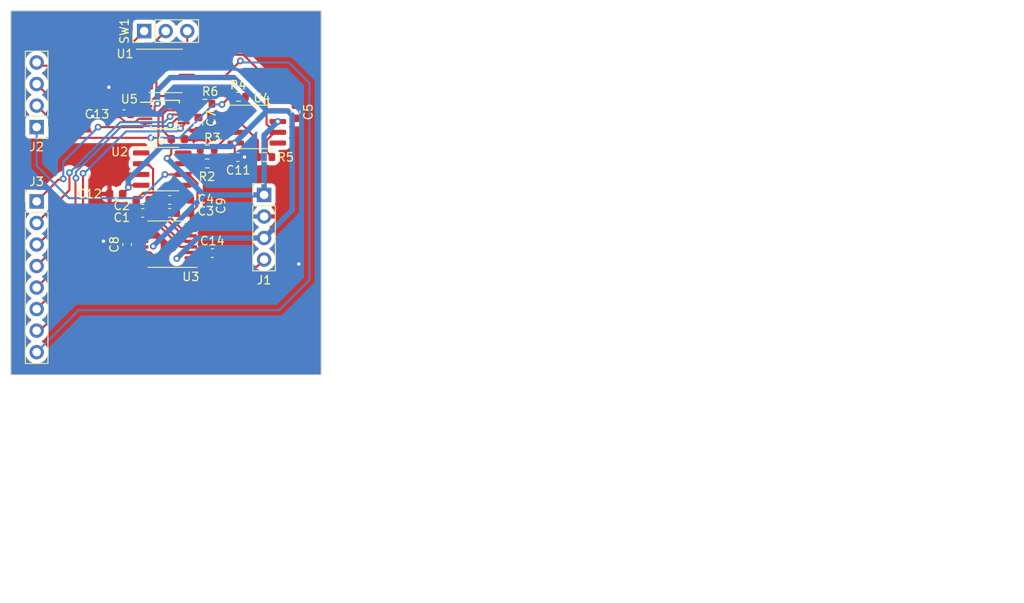
<source format=kicad_pcb>
(kicad_pcb (version 20221018) (generator pcbnew)
  (layers (0 "F.Cu" signal) (31 "B.Cu" signal) (34 "B.Paste" user) (35 "F.Paste" user) (36 "B.SilkS" user "B.Silkscreen") (37 "F.SilkS" user "F.Silkscreen") (38 "B.Mask" user) (39 "F.Mask" user) (44 "Edge.Cuts" user))
  (net 0 "")
  (net 1 "I_OUT")
  (net 2 "+12V")
  (net 3 "GND")
  (net 4 "-12V")
  (net 5 "+3V3")
  (net 6 "I_IN")
  (net 7 "I_OVERRIDE")
  (net 8 "INT_R+")
  (net 9 "INT_CAP_SEL_A0")
  (net 10 "INT_CAP_SEL_A1")
  (net 11 "INT_CAP_SEL_A2")
  (net 12 "INT_R-")
  (net 13 "Net-(SW1-C)")
  (net 14 "I_OVERRIDE_EN")
  (net 15 "Net-(U3-S1)")
  (net 16 "Net-(U3-S2)")
  (net 17 "Net-(U3-S3)")
  (net 21 "Net-(U4-+)")
  (net 22 "Net-(U4--)")
  (net 31 "R_CS")
  (net 32 "R_CLK")
  (net 33 "R_SDI")
  (net 34 "R_SDO")
  (net 35 "Net-(U3-S4)")
  (footprint "Resistor_SMD:R_0603_1608Metric" (layer "F.Cu") (at 44.612218 26.650125)
    (fp_text reference "R4" (at -0.035218 -1.377125) (layer "F.SilkS"))
    (fp_text value "1k")
    (fp_line (start -0.237258 -0.5225) (end 0.237258 -0.5225) (stroke (width 0.12)) (layer "F.SilkS"))
    (fp_line (start -0.237258 0.5225) (end 0.237258 0.5225) (stroke (width 0.12)) (layer "F.SilkS"))
    (pad "1" smd roundrect (at -0.825 0) (size 0.8 0.95) (layers "F.Cu" "F.Paste" "F.Mask") (net 7 "I_OVERRIDE"))
    (pad "2" smd roundrect (at 0.825 0) (size 0.8 0.95) (layers "F.Cu" "F.Paste" "F.Mask") (net 22 "Net-(U4--)"))
  )
  (footprint "Package_SO:TSSOP-16_4.4x5mm_P0.65mm" (layer "F.Cu") (at 36.131902 44.031125 180)
    (fp_text reference "U3" (at -2.857098 -3.847875) (layer "F.SilkS"))
    (fp_text value "DG408DQ-T1-E3")
    (fp_line (start 0 -2.735) (end -3.6 -2.735) (stroke (width 0.12)) (layer "F.SilkS"))
    (fp_line (start 0 -2.735) (end 2.2 -2.735) (stroke (width 0.12)) (layer "F.SilkS"))
    (fp_line (start 0 2.735) (end -2.2 2.735) (stroke (width 0.12)) (layer "F.SilkS"))
    (fp_line (start 0 2.735) (end 2.2 2.735) (stroke (width 0.12)) (layer "F.SilkS"))
    (pad "1" smd roundrect (at -2.8625 -2.275 180) (size 1.475 0.4) (layers "F.Cu" "F.Paste" "F.Mask") (net 9 "INT_CAP_SEL_A0"))
    (pad "2" smd roundrect (at -2.8625 -1.625 180) (size 1.475 0.4) (layers "F.Cu" "F.Paste" "F.Mask") (net 5 "+3V3"))
    (pad "3" smd roundrect (at -2.8625 -0.975 180) (size 1.475 0.4) (layers "F.Cu" "F.Paste" "F.Mask") (net 4 "-12V"))
    (pad "4" smd roundrect (at -2.8625 -0.325 180) (size 1.475 0.4) (layers "F.Cu" "F.Paste" "F.Mask") (net 15 "Net-(U3-S1)"))
    (pad "5" smd roundrect (at -2.8625 0.325 180) (size 1.475 0.4) (layers "F.Cu" "F.Paste" "F.Mask") (net 16 "Net-(U3-S2)"))
    (pad "6" smd roundrect (at -2.8625 0.975 180) (size 1.475 0.4) (layers "F.Cu" "F.Paste" "F.Mask") (net 17 "Net-(U3-S3)"))
    (pad "7" smd roundrect (at -2.8625 1.625 180) (size 1.475 0.4) (layers "F.Cu" "F.Paste" "F.Mask") (net 35 "Net-(U3-S4)"))
    (pad "8" smd roundrect (at -2.8625 2.275 180) (size 1.475 0.4) (layers "F.Cu" "F.Paste" "F.Mask") (net 1 "I_OUT"))
    (pad "9" smd roundrect (at 2.8625 2.275 180) (size 1.475 0.4) (layers "F.Cu" "F.Paste" "F.Mask"))
    (pad "10" smd roundrect (at 2.8625 1.625 180) (size 1.475 0.4) (layers "F.Cu" "F.Paste" "F.Mask"))
    (pad "11" smd roundrect (at 2.8625 0.975 180) (size 1.475 0.4) (layers "F.Cu" "F.Paste" "F.Mask"))
    (pad "12" smd roundrect (at 2.8625 0.325 180) (size 1.475 0.4) (layers "F.Cu" "F.Paste" "F.Mask"))
    (pad "13" smd roundrect (at 2.8625 -0.325 180) (size 1.475 0.4) (layers "F.Cu" "F.Paste" "F.Mask") (net 2 "+12V"))
    (pad "14" smd roundrect (at 2.8625 -0.975 180) (size 1.475 0.4) (layers "F.Cu" "F.Paste" "F.Mask") (net 3 "GND"))
    (pad "15" smd roundrect (at 2.8625 -1.625 180) (size 1.475 0.4) (layers "F.Cu" "F.Paste" "F.Mask") (net 11 "INT_CAP_SEL_A2"))
    (pad "16" smd roundrect (at 2.8625 -2.275 180) (size 1.475 0.4) (layers "F.Cu" "F.Paste" "F.Mask") (net 10 "INT_CAP_SEL_A1"))
  )
  (footprint "Resistor_SMD:R_0603_1608Metric" (layer "F.Cu") (at 40.929218 34.514941 180)
    (fp_text reference "R2" (at 0.035218 -1.553059) (layer "F.SilkS"))
    (fp_text value "1k")
    (fp_line (start -0.237258 -0.5225) (end 0.237258 -0.5225) (stroke (width 0.12)) (layer "F.SilkS"))
    (fp_line (start -0.237258 0.5225) (end 0.237258 0.5225) (stroke (width 0.12)) (layer "F.SilkS"))
    (pad "1" smd roundrect (at -0.825 0 180) (size 0.8 0.95) (layers "F.Cu" "F.Paste" "F.Mask") (net 3 "GND"))
    (pad "2" smd roundrect (at 0.825 0 180) (size 0.8 0.95) (layers "F.Cu" "F.Paste" "F.Mask") (net 1 "I_OUT"))
  )
  (footprint "Capacitor_SMD:C_0603_1608Metric" (layer "F.Cu") (at 38.925902 39.586125 -90)
    (fp_text reference "C9" (at -0.089125 -3.619098 90) (layer "F.SilkS"))
    (fp_text value "DNP")
    (fp_line (start -0.14058 -0.51) (end 0.14058 -0.51) (stroke (width 0.12)) (layer "F.SilkS"))
    (fp_line (start -0.14058 0.51) (end 0.14058 0.51) (stroke (width 0.12)) (layer "F.SilkS"))
    (pad "1" smd roundrect (at -0.775 0 270) (size 0.9 0.95) (layers "F.Cu" "F.Paste" "F.Mask") (net 12 "INT_R-"))
    (pad "2" smd roundrect (at 0.775 0 270) (size 0.9 0.95) (layers "F.Cu" "F.Paste" "F.Mask") (net 1 "I_OUT"))
  )
  (footprint "Package_SO:MSOP-10_3x3mm_P0.5mm" (layer "F.Cu") (at 35.955876 28.748125)
    (fp_text reference "U5" (at -4.205876 -1.824125) (layer "F.SilkS"))
    (fp_text value "AD5290")
    (fp_line (start -1.675 -1.675) (end -1.675 -1.45) (stroke (width 0.15)) (layer "F.SilkS"))
    (fp_line (start -1.675 -1.675) (end 1.675 -1.675) (stroke (width 0.15)) (layer "F.SilkS"))
    (fp_line (start -1.675 -1.45) (end -2.9 -1.45) (stroke (width 0.15)) (layer "F.SilkS"))
    (fp_line (start -1.675 1.675) (end -1.675 1.375) (stroke (width 0.15)) (layer "F.SilkS"))
    (fp_line (start -1.675 1.675) (end 1.675 1.675) (stroke (width 0.15)) (layer "F.SilkS"))
    (fp_line (start 1.675 -1.675) (end 1.675 -1.375) (stroke (width 0.15)) (layer "F.SilkS"))
    (fp_line (start 1.675 1.675) (end 1.675 1.375) (stroke (width 0.15)) (layer "F.SilkS"))
    (pad "1" smd rect (at -2.2 -1) (size 1.4 0.3) (layers "F.Cu" "F.Paste" "F.Mask") (net 8 "INT_R+"))
    (pad "2" smd rect (at -2.2 -0.5) (size 1.4 0.3) (layers "F.Cu" "F.Paste" "F.Mask"))
    (pad "3" smd rect (at -2.2 0) (size 1.4 0.3) (layers "F.Cu" "F.Paste" "F.Mask") (net 4 "-12V"))
    (pad "4" smd rect (at -2.2 0.5) (size 1.4 0.3) (layers "F.Cu" "F.Paste" "F.Mask") (net 3 "GND"))
    (pad "5" smd rect (at -2.2 1) (size 1.4 0.3) (layers "F.Cu" "F.Paste" "F.Mask") (net 31 "R_CS"))
    (pad "6" smd rect (at 2.2 1) (size 1.4 0.3) (layers "F.Cu" "F.Paste" "F.Mask") (net 32 "R_CLK"))
    (pad "7" smd rect (at 2.2 0.5) (size 1.4 0.3) (layers "F.Cu" "F.Paste" "F.Mask") (net 33 "R_SDI"))
    (pad "8" smd rect (at 2.2 0) (size 1.4 0.3) (layers "F.Cu" "F.Paste" "F.Mask") (net 34 "R_SDO"))
    (pad "9" smd rect (at 2.2 -0.5) (size 1.4 0.3) (layers "F.Cu" "F.Paste" "F.Mask") (net 2 "+12V"))
    (pad "10" smd rect (at 2.2 -1) (size 1.4 0.3) (layers "F.Cu" "F.Paste" "F.Mask") (net 12 "INT_R-"))
  )
  (footprint "Capacitor_SMD:C_0603_1608Metric" (layer "F.Cu") (at 31.496 44.069 -90)
    (fp_text reference "C8" (at 0 1.524 90) (layer "F.SilkS"))
    (fp_text value "100nF")
    (fp_line (start -0.14058 -0.51) (end 0.14058 -0.51) (stroke (width 0.12)) (layer "F.SilkS"))
    (fp_line (start -0.14058 0.51) (end 0.14058 0.51) (stroke (width 0.12)) (layer "F.SilkS"))
    (pad "1" smd roundrect (at -0.775 0 270) (size 0.9 0.95) (layers "F.Cu" "F.Paste" "F.Mask") (net 2 "+12V"))
    (pad "2" smd roundrect (at 0.775 0 270) (size 0.9 0.95) (layers "F.Cu" "F.Paste" "F.Mask") (net 3 "GND"))
  )
  (footprint "Capacitor_SMD:C_0603_1608Metric" (layer "F.Cu") (at 41.529 45.085)
    (fp_text reference "C14" (at 0 -1.43) (layer "F.SilkS"))
    (fp_text value "100nF")
    (fp_line (start -0.14058 -0.51) (end 0.14058 -0.51) (stroke (width 0.12)) (layer "F.SilkS"))
    (fp_line (start -0.14058 0.51) (end 0.14058 0.51) (stroke (width 0.12)) (layer "F.SilkS"))
    (pad "1" smd roundrect (at -0.775 0) (size 0.9 0.95) (layers "F.Cu" "F.Paste" "F.Mask") (net 4 "-12V"))
    (pad "2" smd roundrect (at 0.775 0) (size 0.9 0.95) (layers "F.Cu" "F.Paste" "F.Mask") (net 3 "GND"))
  )
  (footprint "Capacitor_SMD:C_0603_1608Metric" (layer "F.Cu") (at 37.465 31.641125)
    (fp_text reference "C6" (at -2.413 0.108875) (layer "F.SilkS"))
    (fp_text value "100nF")
    (fp_line (start -0.14058 -0.51) (end 0.14058 -0.51) (stroke (width 0.12)) (layer "F.SilkS"))
    (fp_line (start -0.14058 0.51) (end 0.14058 0.51) (stroke (width 0.12)) (layer "F.SilkS"))
    (pad "1" smd roundrect (at -0.775 0) (size 0.9 0.95) (layers "F.Cu" "F.Paste" "F.Mask") (net 2 "+12V"))
    (pad "2" smd roundrect (at 0.775 0) (size 0.9 0.95) (layers "F.Cu" "F.Paste" "F.Mask") (net 3 "GND"))
  )
  (footprint "Connector_PinHeader_2.54mm:PinHeader_1x04_P2.54mm_Vertical" (layer "F.Cu") (at 47.625 38.227)
    (fp_text reference "J1" (at 0 10.033) (layer "F.SilkS"))
    (fp_text value "Conn_01x04_Pin" hide)
    (fp_line (start -1.33 -1.33) (end 0 -1.33) (stroke (width 0.12)) (layer "F.SilkS"))
    (fp_line (start -1.33 0) (end -1.33 -1.33) (stroke (width 0.12)) (layer "F.SilkS"))
    (fp_line (start -1.33 1.27) (end -1.33 8.95) (stroke (width 0.12)) (layer "F.SilkS"))
    (fp_line (start -1.33 1.27) (end 1.33 1.27) (stroke (width 0.12)) (layer "F.SilkS"))
    (fp_line (start -1.33 8.95) (end 1.33 8.95) (stroke (width 0.12)) (layer "F.SilkS"))
    (fp_line (start 1.33 1.27) (end 1.33 8.95) (stroke (width 0.12)) (layer "F.SilkS"))
    (pad "1" thru_hole rect (at 0 0) (size 1.7 1.7) (drill 1) (layers "*.Cu" "*.Mask") (net 2 "+12V"))
    (pad "2" thru_hole oval (at 0 2.54) (size 1.7 1.7) (drill 1) (layers "*.Cu" "*.Mask") (net 3 "GND"))
    (pad "3" thru_hole oval (at 0 5.08) (size 1.7 1.7) (drill 1) (layers "*.Cu" "*.Mask") (net 4 "-12V"))
    (pad "4" thru_hole oval (at 0 7.62) (size 1.7 1.7) (drill 1) (layers "*.Cu" "*.Mask") (net 5 "+3V3"))
  )
  (footprint "Capacitor_SMD:C_0603_1608Metric" (layer "F.Cu") (at 33.324902 38.824125)
    (fp_text reference "C2" (at -2.463902 0.672875) (layer "F.SilkS"))
    (fp_text value "10nF")
    (fp_line (start -0.14058 -0.51) (end 0.14058 -0.51) (stroke (width 0.12)) (layer "F.SilkS"))
    (fp_line (start -0.14058 0.51) (end 0.14058 0.51) (stroke (width 0.12)) (layer "F.SilkS"))
    (pad "1" smd roundrect (at -0.775 0) (size 0.9 0.95) (layers "F.Cu" "F.Paste" "F.Mask") (net 12 "INT_R-"))
    (pad "2" smd roundrect (at 0.775 0) (size 0.9 0.95) (layers "F.Cu" "F.Paste" "F.Mask") (net 16 "Net-(U3-S2)"))
  )
  (footprint "Resistor_SMD:R_0603_1608Metric" (layer "F.Cu") (at 40.929218 32.863941)
    (fp_text reference "R3" (at 0.599782 -1.367941) (layer "F.SilkS"))
    (fp_text value "4.8k")
    (fp_line (start -0.237258 -0.5225) (end 0.237258 -0.5225) (stroke (width 0.12)) (layer "F.SilkS"))
    (fp_line (start -0.237258 0.5225) (end 0.237258 0.5225) (stroke (width 0.12)) (layer "F.SilkS"))
    (pad "1" smd roundrect (at -0.825 0) (size 0.8 0.95) (layers "F.Cu" "F.Paste" "F.Mask") (net 1 "I_OUT"))
    (pad "2" smd roundrect (at 0.825 0) (size 0.8 0.95) (layers "F.Cu" "F.Paste" "F.Mask") (net 21 "Net-(U4-+)"))
  )
  (footprint "Capacitor_SMD:C_0603_1608Metric" (layer "F.Cu") (at 44.543876 33.762125)
    (fp_text reference "C11" (at 0.033124 1.543875) (layer "F.SilkS"))
    (fp_text value "100nF")
    (fp_line (start -0.14058 -0.51) (end 0.14058 -0.51) (stroke (width 0.12)) (layer "F.SilkS"))
    (fp_line (start -0.14058 0.51) (end 0.14058 0.51) (stroke (width 0.12)) (layer "F.SilkS"))
    (pad "1" smd roundrect (at -0.775 0) (size 0.9 0.95) (layers "F.Cu" "F.Paste" "F.Mask") (net 4 "-12V"))
    (pad "2" smd roundrect (at 0.775 0) (size 0.9 0.95) (layers "F.Cu" "F.Paste" "F.Mask") (net 3 "GND"))
  )
  (footprint "Connector_PinHeader_2.54mm:PinHeader_1x08_P2.54mm_Vertical" (layer "F.Cu") (at 20.828 38.989)
    (fp_text reference "J3" (at 0 -2.33) (layer "F.SilkS"))
    (fp_text value "Conn_01x08_Pin" hide)
    (fp_line (start -1.33 -1.33) (end 0 -1.33) (stroke (width 0.12)) (layer "F.SilkS"))
    (fp_line (start -1.33 0) (end -1.33 -1.33) (stroke (width 0.12)) (layer "F.SilkS"))
    (fp_line (start -1.33 1.27) (end -1.33 19.11) (stroke (width 0.12)) (layer "F.SilkS"))
    (fp_line (start -1.33 1.27) (end 1.33 1.27) (stroke (width 0.12)) (layer "F.SilkS"))
    (fp_line (start -1.33 19.11) (end 1.33 19.11) (stroke (width 0.12)) (layer "F.SilkS"))
    (fp_line (start 1.33 1.27) (end 1.33 19.11) (stroke (width 0.12)) (layer "F.SilkS"))
    (pad "1" thru_hole rect (at 0 0) (size 1.7 1.7) (drill 1) (layers "*.Cu" "*.Mask") (net 31 "R_CS"))
    (pad "2" thru_hole oval (at 0 2.54) (size 1.7 1.7) (drill 1) (layers "*.Cu" "*.Mask") (net 34 "R_SDO"))
    (pad "3" thru_hole oval (at 0 5.08) (size 1.7 1.7) (drill 1) (layers "*.Cu" "*.Mask") (net 33 "R_SDI"))
    (pad "4" thru_hole oval (at 0 7.62) (size 1.7 1.7) (drill 1) (layers "*.Cu" "*.Mask") (net 32 "R_CLK"))
    (pad "5" thru_hole oval (at 0 10.16) (size 1.7 1.7) (drill 1) (layers "*.Cu" "*.Mask") (net 11 "INT_CAP_SEL_A2"))
    (pad "6" thru_hole oval (at 0 12.7) (size 1.7 1.7) (drill 1) (layers "*.Cu" "*.Mask") (net 10 "INT_CAP_SEL_A1"))
    (pad "7" thru_hole oval (at 0 15.24) (size 1.7 1.7) (drill 1) (layers "*.Cu" "*.Mask") (net 9 "INT_CAP_SEL_A0"))
    (pad "8" thru_hole oval (at 0 17.78) (size 1.7 1.7) (drill 1) (layers "*.Cu" "*.Mask") (net 14 "I_OVERRIDE_EN"))
  )
  (footprint "Capacitor_SMD:C_0603_1608Metric" (layer "F.Cu") (at 36.499902 40.348125 180)
    (fp_text reference "C3" (at -4.267098 0.216125) (layer "F.SilkS"))
    (fp_text value "100nF")
    (fp_line (start -0.14058 -0.51) (end 0.14058 -0.51) (stroke (width 0.12)) (layer "F.SilkS"))
    (fp_line (start -0.14058 0.51) (end 0.14058 0.51) (stroke (width 0.12)) (layer "F.SilkS"))
    (pad "1" smd roundrect (at -0.775 0 180) (size 0.9 0.95) (layers "F.Cu" "F.Paste" "F.Mask") (net 12 "INT_R-"))
    (pad "2" smd roundrect (at 0.775 0 180) (size 0.9 0.95) (layers "F.Cu" "F.Paste" "F.Mask") (net 17 "Net-(U3-S3)"))
  )
  (footprint "Connector_PinHeader_2.54mm:PinHeader_1x03_P2.54mm_Vertical" (layer "F.Cu") (at 33.494876 18.903125 90)
    (fp_text reference "SW1" (at 0 -2.33 90) (layer "F.SilkS"))
    (fp_text value "SW_SPDT" hide)
    (fp_line (start -1.33 -1.33) (end 0 -1.33) (stroke (width 0.12)) (layer "F.SilkS"))
    (fp_line (start -1.33 0) (end -1.33 -1.33) (stroke (width 0.12)) (layer "F.SilkS"))
    (fp_line (start -1.33 1.27) (end -1.33 6.41) (stroke (width 0.12)) (layer "F.SilkS"))
    (fp_line (start -1.33 1.27) (end 1.33 1.27) (stroke (width 0.12)) (layer "F.SilkS"))
    (fp_line (start -1.33 6.41) (end 1.33 6.41) (stroke (width 0.12)) (layer "F.SilkS"))
    (fp_line (start 1.33 1.27) (end 1.33 6.41) (stroke (width 0.12)) (layer "F.SilkS"))
    (pad "1" thru_hole rect (at 0 0 90) (size 1.7 1.7) (drill 1) (layers "*.Cu" "*.Mask") (net 6 "I_IN"))
    (pad "2" thru_hole oval (at 0 2.54 90) (size 1.7 1.7) (drill 1) (layers "*.Cu" "*.Mask") (net 8 "INT_R+"))
    (pad "3" thru_hole oval (at 0 5.08 90) (size 1.7 1.7) (drill 1) (layers "*.Cu" "*.Mask") (net 13 "Net-(SW1-C)"))
  )
  (footprint "Resistor_SMD:R_0603_1608Metric" (layer "F.Cu") (at 47.718876 33.762125)
    (fp_text reference "R5" (at 2.446124 0.019875) (layer "F.SilkS"))
    (fp_text value "4.8k")
    (fp_line (start -0.237258 -0.5225) (end 0.237258 -0.5225) (stroke (width 0.12)) (layer "F.SilkS"))
    (fp_line (start -0.237258 0.5225) (end 0.237258 0.5225) (stroke (width 0.12)) (layer "F.SilkS"))
    (pad "1" smd roundrect (at -0.825 0) (size 0.8 0.95) (layers "F.Cu" "F.Paste" "F.Mask") (net 22 "Net-(U4--)"))
    (pad "2" smd roundrect (at 0.825 0) (size 0.8 0.95) (layers "F.Cu" "F.Paste" "F.Mask") (net 13 "Net-(SW1-C)"))
  )
  (footprint "Capacitor_SMD:C_0603_1608Metric" (layer "F.Cu") (at 36.499902 38.824125 180)
    (fp_text reference "C4" (at -4.267098 0.089125) (layer "F.SilkS"))
    (fp_text value "1uF")
    (fp_line (start -0.14058 -0.51) (end 0.14058 -0.51) (stroke (width 0.12)) (layer "F.SilkS"))
    (fp_line (start -0.14058 0.51) (end 0.14058 0.51) (stroke (width 0.12)) (layer "F.SilkS"))
    (pad "1" smd roundrect (at -0.775 0 180) (size 0.9 0.95) (layers "F.Cu" "F.Paste" "F.Mask") (net 12 "INT_R-"))
    (pad "2" smd roundrect (at 0.775 0 180) (size 0.9 0.95) (layers "F.Cu" "F.Paste" "F.Mask") (net 35 "Net-(U3-S4)"))
  )
  (footprint "Package_SO:SOIC-8_3.9x4.9mm_P1.27mm" (layer "F.Cu") (at 36.034876 23.602125)
    (fp_text reference "U1" (at -4.792876 -2.012125) (layer "F.SilkS"))
    (fp_text value "DG419DY-T1-E3")
    (fp_line (start 0 -2.56) (end -3.45 -2.56) (stroke (width 0.12)) (layer "F.SilkS"))
    (fp_line (start 0 -2.56) (end 1.95 -2.56) (stroke (width 0.12)) (layer "F.SilkS"))
    (fp_line (start 0 2.56) (end -1.95 2.56) (stroke (width 0.12)) (layer "F.SilkS"))
    (fp_line (start 0 2.56) (end 1.95 2.56) (stroke (width 0.12)) (layer "F.SilkS"))
    (pad "1" smd roundrect (at -2.475 -1.905) (size 1.95 0.6) (layers "F.Cu" "F.Paste" "F.Mask") (net 8 "INT_R+"))
    (pad "2" smd roundrect (at -2.475 -0.635) (size 1.95 0.6) (layers "F.Cu" "F.Paste" "F.Mask") (net 6 "I_IN"))
    (pad "3" smd roundrect (at -2.475 0.635) (size 1.95 0.6) (layers "F.Cu" "F.Paste" "F.Mask"))
    (pad "4" smd roundrect (at -2.475 1.905) (size 1.95 0.6) (layers "F.Cu" "F.Paste" "F.Mask"))
    (pad "5" smd roundrect (at 2.475 1.905) (size 1.95 0.6) (layers "F.Cu" "F.Paste" "F.Mask"))
    (pad "6" smd roundrect (at 2.475 0.635) (size 1.95 0.6) (layers "F.Cu" "F.Paste" "F.Mask") (net 14 "I_OVERRIDE_EN"))
    (pad "7" smd roundrect (at 2.475 -0.635) (size 1.95 0.6) (layers "F.Cu" "F.Paste" "F.Mask"))
    (pad "8" smd roundrect (at 2.475 -1.905) (size 1.95 0.6) (layers "F.Cu" "F.Paste" "F.Mask") (net 13 "Net-(SW1-C)"))
  )
  (footprint "Capacitor_SMD:C_0603_1608Metric" (layer "F.Cu") (at 31.115 28.702 180)
    (fp_text reference "C13" (at 3.175 0) (layer "F.SilkS"))
    (fp_text value "100nF")
    (fp_line (start -0.14058 -0.51) (end 0.14058 -0.51) (stroke (width 0.12)) (layer "F.SilkS"))
    (fp_line (start -0.14058 0.51) (end 0.14058 0.51) (stroke (width 0.12)) (layer "F.SilkS"))
    (pad "1" smd roundrect (at -0.775 0 180) (size 0.9 0.95) (layers "F.Cu" "F.Paste" "F.Mask") (net 4 "-12V"))
    (pad "2" smd roundrect (at 0.775 0 180) (size 0.9 0.95) (layers "F.Cu" "F.Paste" "F.Mask") (net 3 "GND"))
  )
  (footprint "Package_SO:SOIC-8_3.9x4.9mm_P1.27mm" (layer "F.Cu") (at 46.767876 30.206125)
    (fp_text reference "U4" (at 0.603124 -3.4) (layer "F.SilkS"))
    (fp_text value "OPA189")
    (fp_line (start 0 -2.56) (end -3.45 -2.56) (stroke (width 0.12)) (layer "F.SilkS"))
    (fp_line (start 0 -2.56) (end 1.95 -2.56) (stroke (width 0.12)) (layer "F.SilkS"))
    (fp_line (start 0 2.56) (end -1.95 2.56) (stroke (width 0.12)) (layer "F.SilkS"))
    (fp_line (start 0 2.56) (end 1.95 2.56) (stroke (width 0.12)) (layer "F.SilkS"))
    (pad "1" smd roundrect (at -2.475 -1.905) (size 1.95 0.6) (layers "F.Cu" "F.Paste" "F.Mask"))
    (pad "2" smd roundrect (at -2.475 -0.635) (size 1.95 0.6) (layers "F.Cu" "F.Paste" "F.Mask") (net 22 "Net-(U4--)"))
    (pad "3" smd roundrect (at -2.475 0.635) (size 1.95 0.6) (layers "F.Cu" "F.Paste" "F.Mask") (net 21 "Net-(U4-+)"))
    (pad "4" smd roundrect (at -2.475 1.905) (size 1.95 0.6) (layers "F.Cu" "F.Paste" "F.Mask") (net 4 "-12V"))
    (pad "5" smd roundrect (at 2.475 1.905) (size 1.95 0.6) (layers "F.Cu" "F.Paste" "F.Mask"))
    (pad "6" smd roundrect (at 2.475 0.635) (size 1.95 0.6) (layers "F.Cu" "F.Paste" "F.Mask") (net 13 "Net-(SW1-C)"))
    (pad "7" smd roundrect (at 2.475 -0.635) (size 1.95 0.6) (layers "F.Cu" "F.Paste" "F.Mask") (net 2 "+12V"))
    (pad "8" smd roundrect (at 2.475 -1.905) (size 1.95 0.6) (layers "F.Cu" "F.Paste" "F.Mask"))
  )
  (footprint "Capacitor_SMD:C_0603_1608Metric" (layer "F.Cu") (at 51.343218 28.418941 90)
    (fp_text reference "C5" (at -0.029059 1.488782 90) (layer "F.SilkS"))
    (fp_text value "100nF")
    (fp_line (start -0.14058 -0.51) (end 0.14058 -0.51) (stroke (width 0.12)) (layer "F.SilkS"))
    (fp_line (start -0.14058 0.51) (end 0.14058 0.51) (stroke (width 0.12)) (layer "F.SilkS"))
    (pad "1" smd roundrect (at -0.775 0 90) (size 0.9 0.95) (layers "F.Cu" "F.Paste" "F.Mask") (net 2 "+12V"))
    (pad "2" smd roundrect (at 0.775 0 90) (size 0.9 0.95) (layers "F.Cu" "F.Paste" "F.Mask") (net 3 "GND"))
  )
  (footprint "Resistor_SMD:R_0603_1608Metric" (layer "F.Cu") (at 40.654876 27.473125 180)
    (fp_text reference "R6" (at -0.620124 1.438125) (layer "F.SilkS"))
    (fp_text value "DNP")
    (fp_line (start -0.237258 -0.5225) (end 0.237258 -0.5225) (stroke (width 0.12)) (layer "F.SilkS"))
    (fp_line (start -0.237258 0.5225) (end 0.237258 0.5225) (stroke (width 0.12)) (layer "F.SilkS"))
    (pad "1" smd roundrect (at -0.825 0 180) (size 0.8 0.95) (layers "F.Cu" "F.Paste" "F.Mask") (net 8 "INT_R+"))
    (pad "2" smd roundrect (at 0.825 0 180) (size 0.8 0.95) (layers "F.Cu" "F.Paste" "F.Mask") (net 12 "INT_R-"))
  )
  (footprint "Connector_PinHeader_2.54mm:PinHeader_1x04_P2.54mm_Vertical" (layer "F.Cu") (at 20.828 30.226 180)
    (fp_text reference "J2" (at 0 -2.33) (layer "F.SilkS"))
    (fp_text value "Conn_01x04_Pin" hide)
    (fp_line (start -1.33 -1.33) (end 0 -1.33) (stroke (width 0.12)) (layer "F.SilkS"))
    (fp_line (start -1.33 0) (end -1.33 -1.33) (stroke (width 0.12)) (layer "F.SilkS"))
    (fp_line (start -1.33 1.27) (end -1.33 8.95) (stroke (width 0.12)) (layer "F.SilkS"))
    (fp_line (start -1.33 1.27) (end 1.33 1.27) (stroke (width 0.12)) (layer "F.SilkS"))
    (fp_line (start -1.33 8.95) (end 1.33 8.95) (stroke (width 0.12)) (layer "F.SilkS"))
    (fp_line (start 1.33 1.27) (end 1.33 8.95) (stroke (width 0.12)) (layer "F.SilkS"))
    (pad "1" thru_hole rect (at 0 0 180) (size 1.7 1.7) (drill 1) (layers "*.Cu" "*.Mask") (net 1 "I_OUT"))
    (pad "2" thru_hole oval (at 0 2.54 180) (size 1.7 1.7) (drill 1) (layers "*.Cu" "*.Mask") (net 7 "I_OVERRIDE"))
    (pad "3" thru_hole oval (at 0 5.08 180) (size 1.7 1.7) (drill 1) (layers "*.Cu" "*.Mask") (net 8 "INT_R+"))
    (pad "4" thru_hole oval (at 0 7.62 180) (size 1.7 1.7) (drill 1) (layers "*.Cu" "*.Mask") (net 6 "I_IN"))
  )
  (footprint "Capacitor_SMD:C_0603_1608Metric" (layer "F.Cu") (at 33.324902 40.348125)
    (fp_text reference "C1" (at -2.463902 0.545875) (layer "F.SilkS"))
    (fp_text value "1nF")
    (fp_line (start -0.14058 -0.51) (end 0.14058 -0.51) (stroke (width 0.12)) (layer "F.SilkS"))
    (fp_line (start -0.14058 0.51) (end 0.14058 0.51) (stroke (width 0.12)) (layer "F.SilkS"))
    (pad "1" smd roundrect (at -0.775 0) (size 0.9 0.95) (layers "F.Cu" "F.Paste" "F.Mask") (net 12 "INT_R-"))
    (pad "2" smd roundrect (at 0.775 0) (size 0.9 0.95) (layers "F.Cu" "F.Paste" "F.Mask") (net 15 "Net-(U3-S1)"))
  )
  (footprint "Capacitor_SMD:C_0603_1608Metric" (layer "F.Cu") (at 39.892876 29.875125 -90)
    (fp_text reference "C7" (at -0.665125 -1.509124 90) (layer "F.SilkS"))
    (fp_text value "100nF")
    (fp_line (start -0.14058 -0.51) (end 0.14058 -0.51) (stroke (width 0.12)) (layer "F.SilkS"))
    (fp_line (start -0.14058 0.51) (end 0.14058 0.51) (stroke (width 0.12)) (layer "F.SilkS"))
    (pad "1" smd roundrect (at -0.775 0 270) (size 0.9 0.95) (layers "F.Cu" "F.Paste" "F.Mask") (net 2 "+12V"))
    (pad "2" smd roundrect (at 0.775 0 270) (size 0.9 0.95) (layers "F.Cu" "F.Paste" "F.Mask") (net 3 "GND"))
  )
  (footprint "Package_SO:SOIC-8_3.9x4.9mm_P1.27mm" (layer "F.Cu") (at 35.622 35.179)
    (fp_text reference "U2" (at -5.015 -2.032) (layer "F.SilkS"))
    (fp_text value "OPA189")
    (fp_line (start 0 -2.56) (end -3.45 -2.56) (stroke (width 0.12)) (layer "F.SilkS"))
    (fp_line (start 0 -2.56) (end 1.95 -2.56) (stroke (width 0.12)) (layer "F.SilkS"))
    (fp_line (start 0 2.56) (end -1.95 2.56) (stroke (width 0.12)) (layer "F.SilkS"))
    (fp_line (start 0 2.56) (end 1.95 2.56) (stroke (width 0.12)) (layer "F.SilkS"))
    (pad "1" smd roundrect (at -2.475 -1.905) (size 1.95 0.6) (layers "F.Cu" "F.Paste" "F.Mask"))
    (pad "2" smd roundrect (at -2.475 -0.635) (size 1.95 0.6) (layers "F.Cu" "F.Paste" "F.Mask") (net 12 "INT_R-"))
    (pad "3" smd roundrect (at -2.475 0.635) (size 1.95 0.6) (layers "F.Cu" "F.Paste" "F.Mask") (net 3 "GND"))
    (pad "4" smd roundrect (at -2.475 1.905) (size 1.95 0.6) (layers "F.Cu" "F.Paste" "F.Mask") (net 4 "-12V"))
    (pad "5" smd roundrect (at 2.475 1.905) (size 1.95 0.6) (layers "F.Cu" "F.Paste" "F.Mask"))
    (pad "6" smd roundrect (at 2.475 0.635) (size 1.95 0.6) (layers "F.Cu" "F.Paste" "F.Mask") (net 1 "I_OUT"))
    (pad "7" smd roundrect (at 2.475 -0.635) (size 1.95 0.6) (layers "F.Cu" "F.Paste" "F.Mask") (net 2 "+12V"))
    (pad "8" smd roundrect (at 2.475 -1.905) (size 1.95 0.6) (layers "F.Cu" "F.Paste" "F.Mask"))
  )
  (footprint "Capacitor_SMD:C_0603_1608Metric" (layer "F.Cu") (at 30.192876 38.105376 180)
    (fp_text reference "C12" (at 3.141876 0.005376) (layer "F.SilkS"))
    (fp_text value "100nF")
    (fp_line (start -0.14058 -0.51) (end 0.14058 -0.51) (stroke (width 0.12)) (layer "F.SilkS"))
    (fp_line (start -0.14058 0.51) (end 0.14058 0.51) (stroke (width 0.12)) (layer "F.SilkS"))
    (pad "1" smd roundrect (at -0.775 0 180) (size 0.9 0.95) (layers "F.Cu" "F.Paste" "F.Mask") (net 4 "-12V"))
    (pad "2" smd roundrect (at 0.775 0 180) (size 0.9 0.95) (layers "F.Cu" "F.Paste" "F.Mask") (net 3 "GND"))
  )
  (gr_rect (start 17.78 16.51) (end 54.356 59.436) (stroke (width 0.1)) (fill none) (layer "Edge.Cuts"))
  (segment (start 40.104218 34.514941) (end 40.104218 32.863941) (width 0.25) (layer "F.Cu") (net 1))
  (segment (start 38.097 35.814) (end 38.805159 35.814) (width 0.25) (layer "F.Cu") (net 1))
  (segment (start 38.097 35.814) (end 35.941 35.814) (width 0.25) (layer "F.Cu") (net 1))
  (segment (start 38.735277 35.814) (end 39.769402 36.848125) (width 0.25) (layer "F.Cu") (net 1))
  (segment (start 38.994402 41.756125) (end 38.994402 40.429625) (width 0.25) (layer "F.Cu") (net 1))
  (segment (start 39.769402 36.848125) (end 39.769402 39.517625) (width 0.25) (layer "F.Cu") (net 1))
  (segment (start 38.994402 40.429625) (end 38.925902 40.361125) (width 0.25) (layer "F.Cu") (net 1))
  (segment (start 39.769402 39.517625) (end 38.925902 40.361125) (width 0.25) (layer "F.Cu") (net 1))
  (segment (start 38.097 35.814) (end 38.735277 35.814) (width 0.25) (layer "F.Cu") (net 1))
  (segment (start 38.805159 35.814) (end 40.104218 34.514941) (width 0.25) (layer "F.Cu") (net 1))
  (via (at 35.941 35.814) (size 0.8) (drill 0.4) (layers "F.Cu" "B.Cu") (net 1))
  (segment (start 24.638 38.608) (end 20.828 34.798) (width 0.25) (layer "B.Cu") (net 1))
  (segment (start 33.147 38.608) (end 24.638 38.608) (width 0.25) (layer "B.Cu") (net 1))
  (segment (start 20.828 34.798) (end 20.828 30.226) (width 0.25) (layer "B.Cu") (net 1))
  (segment (start 35.941 35.814) (end 33.147 38.608) (width 0.25) (layer "B.Cu") (net 1))
  (segment (start 36.69 33.414) (end 36.195 33.909) (width 0.25) (layer "F.Cu") (net 2))
  (segment (start 36.195 33.909) (end 36.449 33.909) (width 0.25) (layer "F.Cu") (net 2))
  (segment (start 36.69 31.641125) (end 36.69 33.414) (width 0.25) (layer "F.Cu") (net 2))
  (segment (start 35.687 28.702) (end 35.687 30.638125) (width 0.25) (layer "F.Cu") (net 2))
  (segment (start 37.084 34.544) (end 38.097 34.544) (width 0.25) (layer "F.Cu") (net 2))
  (segment (start 32.558125 44.356125) (end 31.496 43.294) (width 0.25) (layer "F.Cu") (net 2))
  (segment (start 36.449 33.909) (end 37.084 34.544) (width 0.25) (layer "F.Cu") (net 2))
  (segment (start 39.040876 28.248125) (end 38.155876 28.248125) (width 0.25) (layer "F.Cu") (net 2))
  (segment (start 35.687 30.638125) (end 36.69 31.641125) (width 0.25) (layer "F.Cu") (net 2))
  (segment (start 33.269402 44.356125) (end 32.558125 44.356125) (width 0.25) (layer "F.Cu") (net 2))
  (segment (start 39.892876 29.100125) (end 39.040876 28.248125) (width 0.25) (layer "F.Cu") (net 2))
  (segment (start 38.155876 28.248125) (end 36.140875 28.248125) (width 0.25) (layer "F.Cu") (net 2))
  (segment (start 36.140875 28.248125) (end 35.687 28.702) (width 0.25) (layer "F.Cu") (net 2))
  (via (at 36.195 33.909) (size 0.8) (drill 0.4) (layers "F.Cu" "B.Cu") (net 2))
  (via (at 49.242876 29.571125) (size 0.8) (drill 0.4) (layers "F.Cu" "B.Cu") (net 2))
  (via (at 34.562402 44.277493) (size 0.8) (drill 0.4) (layers "F.Cu" "B.Cu") (net 2))
  (segment (start 41.656 38.227) (end 40.513 38.227) (width 0.635) (layer "B.Cu") (net 2))
  (segment (start 40.612895 38.227) (end 34.562402 44.277493) (width 0.635) (layer "B.Cu") (net 2))
  (segment (start 47.625 38.227) (end 47.625 31.189001) (width 0.635) (layer "B.Cu") (net 2))
  (segment (start 40.513 38.227) (end 36.195 33.909) (width 0.635) (layer "B.Cu") (net 2))
  (segment (start 47.625 38.227) (end 41.656 38.227) (width 0.635) (layer "B.Cu") (net 2))
  (segment (start 41.656 38.227) (end 40.612895 38.227) (width 0.635) (layer "B.Cu") (net 2))
  (segment (start 47.625 31.189001) (end 49.242876 29.571125) (width 0.635) (layer "B.Cu") (net 2))
  (segment (start 33.269402 45.006125) (end 34.211125 45.006125) (width 0.25) (layer "F.Cu") (net 3))
  (segment (start 33.755876 29.248125) (end 32.845693 29.248125) (width 0.25) (layer "F.Cu") (net 3))
  (segment (start 33.269402 45.006125) (end 31.658125 45.006125) (width 0.25) (layer "F.Cu") (net 3))
  (segment (start 32.845693 29.248125) (end 32.484693 29.609125) (width 0.25) (layer "F.Cu") (net 3))
  (segment (start 31.658125 45.006125) (end 31.496 44.844) (width 0.25) (layer "F.Cu") (net 3))
  (segment (start 32.484693 29.609125) (end 31.247125 29.609125) (width 0.25) (layer "F.Cu") (net 3))
  (segment (start 45.318876 33.762125) (end 44.518876 34.562125) (width 0.25) (layer "F.Cu") (net 3))
  (segment (start 34.211125 45.006125) (end 35.052 45.847) (width 0.25) (layer "F.Cu") (net 3))
  (segment (start 41.801402 34.562125) (end 41.754218 34.514941) (width 0.25) (layer "F.Cu") (net 3))
  (segment (start 44.518876 34.562125) (end 41.801402 34.562125) (width 0.25) (layer "F.Cu") (net 3))
  (segment (start 31.247125 29.609125) (end 30.34 28.702) (width 0.25) (layer "F.Cu") (net 3))
  (via (at 41.783 29.718) (size 0.8) (drill 0.4) (layers "F.Cu" "B.Cu") (net 3))
  (via (at 45.318876 33.762125) (size 0.8) (drill 0.4) (layers "F.Cu" "B.Cu") (net 3))
  (via (at 29.337 25.527) (size 0.8) (drill 0.4) (layers "F.Cu" "B.Cu") (net 3))
  (via (at 28.702 43.688) (size 0.8) (drill 0.4) (layers "F.Cu" "B.Cu") (net 3))
  (via (at 27.432 28.956) (size 0.8) (drill 0.4) (layers "F.Cu" "B.Cu") (net 3))
  (via (at 51.707402 46.373125) (size 0.8) (drill 0.4) (layers "F.Cu" "B.Cu") (net 3))
  (segment (start 44.162876 32.111125) (end 44.162876 33.368125) (width 0.25) (layer "F.Cu") (net 4))
  (segment (start 34.727 27.8016) (end 34.727 28.572188) (width 0.254) (layer "F.Cu") (net 4))
  (segment (start 31.89 28.702) (end 33.709751 28.702) (width 0.254) (layer "F.Cu") (net 4))
  (segment (start 34.551063 28.748125) (end 33.755876 28.748125) (width 0.254) (layer "F.Cu") (net 4))
  (segment (start 40.785402 45.217125) (end 40.574402 45.006125) (width 0.25) (layer "F.Cu") (net 4))
  (segment (start 35.0743 27.4543) (end 34.727 27.8016) (width 0.254) (layer "F.Cu") (net 4))
  (segment (start 34.727 28.572188) (end 34.551063 28.748125) (width 0.254) (layer "F.Cu") (net 4))
  (segment (start 30.967876 38.105376) (end 31.623 37.450252) (width 0.25) (layer "F.Cu") (net 4))
  (segment (start 31.989252 37.084) (end 33.147 37.084) (width 0.25) (layer "F.Cu") (net 4))
  (segment (start 33.709751 28.702) (end 33.755876 28.748125) (width 0.254) (layer "F.Cu") (net 4))
  (segment (start 37.338 45.72) (end 38.051875 45.006125) (width 0.25) (layer "F.Cu") (net 4))
  (segment (start 44.162876 33.368125) (end 43.768876 33.762125) (width 0.25) (layer "F.Cu") (net 4))
  (segment (start 31.735252 37.338) (end 31.989252 37.084) (width 0.25) (layer "F.Cu") (net 4))
  (segment (start 31.623 37.338) (end 31.735252 37.338) (width 0.25) (layer "F.Cu") (net 4))
  (segment (start 31.623 37.450252) (end 31.623 37.338) (width 0.25) (layer "F.Cu") (net 4))
  (segment (start 38.051875 45.006125) (end 38.994402 45.006125) (width 0.25) (layer "F.Cu") (net 4))
  (segment (start 40.574402 45.006125) (end 38.994402 45.006125) (width 0.25) (layer "F.Cu") (net 4))
  (via (at 37.338 45.72) (size 0.8) (drill 0.4) (layers "F.Cu" "B.Cu") (net 4))
  (via (at 35.0743 27.4543) (size 0.8) (drill 0.4) (layers "F.Cu" "B.Cu") (net 4))
  (via (at 44.162876 32.111125) (size 0.8) (drill 0.4) (layers "F.Cu" "B.Cu") (net 4))
  (via (at 31.623 37.338) (size 0.8) (drill 0.4) (layers "F.Cu" "B.Cu") (net 4))
  (segment (start 44.677501 31.596501) (end 43.762002 32.512) (width 0.635) (layer "B.Cu") (net 4))
  (segment (start 47.97938 28.294621) (end 44.162876 32.111125) (width 0.635) (layer "B.Cu") (net 4))
  (segment (start 50.927 40.005) (end 50.927 28.829) (width 0.635) (layer "B.Cu") (net 4))
  (segment (start 47.625 43.307) (end 50.927 40.005) (width 0.635) (layer "B.Cu") (net 4))
  (segment (start 35.0743 27.4543) (end 35.0743 25.8857) (width 0.635) (layer "B.Cu") (net 4))
  (segment (start 35.56 32.512) (end 31.623 36.449) (width 0.635) (layer "B.Cu") (net 4))
  (segment (start 50.927 28.829) (end 50.419 28.321) (width 0.635) (layer "B.Cu") (net 4))
  (segment (start 50.419 28.321) (end 47.953002 28.321) (width 0.635) (layer "B.Cu") (net 4))
  (segment (start 44.677501 31.596501) (end 44.162876 32.111125) (width 0.635) (layer "B.Cu") (net 4))
  (segment (start 35.0743 25.8857) (end 36.576 24.384) (width 0.635) (layer "B.Cu") (net 4))
  (segment (start 39.751 43.307) (end 47.625 43.307) (width 0.635) (layer "B.Cu") (net 4))
  (segment (start 47.953002 28.321) (end 44.677501 31.596501) (width 0.635) (layer "B.Cu") (net 4))
  (segment (start 36.576 24.384) (end 44.068759 24.384) (width 0.635) (layer "B.Cu") (net 4))
  (segment (start 31.623 36.449) (end 31.623 37.338) (width 0.635) (layer "B.Cu") (net 4))
  (segment (start 43.762002 32.512) (end 35.56 32.512) (width 0.635) (layer "B.Cu") (net 4))
  (segment (start 44.068759 24.384) (end 47.97938 28.294621) (width 0.635) (layer "B.Cu") (net 4))
  (segment (start 37.338 45.72) (end 39.751 43.307) (width 0.635) (layer "B.Cu") (net 4))
  (segment (start 41.110354 46.697) (end 40.069479 45.656125) (width 0.254) (layer "F.Cu") (net 5))
  (segment (start 46.775 46.697) (end 41.110354 46.697) (width 0.254) (layer "F.Cu") (net 5))
  (segment (start 47.625 45.847) (end 46.775 46.697) (width 0.254) (layer "F.Cu") (net 5))
  (segment (start 40.069479 45.656125) (end 38.994402 45.656125) (width 0.254) (layer "F.Cu") (net 5))
  (segment (start 33.494876 18.903125) (end 32.259876 20.138125) (width 0.25) (layer "F.Cu") (net 6))
  (segment (start 28.848875 22.967125) (end 28.956 22.967125) (width 0.25) (layer "F.Cu") (net 6))
  (segment (start 28.936125 22.987) (end 21.209 22.987) (width 0.25) (layer "F.Cu") (net 6))
  (segment (start 32.259876 22.416599) (end 32.810402 22.967125) (width 0.25) (layer "F.Cu") (net 6))
  (segment (start 32.259876 20.138125) (end 32.259876 22.416599) (width 0.25) (layer "F.Cu") (net 6))
  (segment (start 21.209 22.987) (end 20.828 22.606) (width 0.25) (layer "F.Cu") (net 6))
  (segment (start 32.810402 22.967125) (end 33.559876 22.967125) (width 0.25) (layer "F.Cu") (net 6))
  (segment (start 28.956 22.967125) (end 33.559876 22.967125) (width 0.25) (layer "F.Cu") (net 6))
  (segment (start 28.956 22.967125) (end 28.936125 22.987) (width 0.25) (layer "F.Cu") (net 6))
  (segment (start 42.672 27.559) (end 43.580875 26.650125) (width 0.25) (layer "F.Cu") (net 7))
  (segment (start 24.638 31.496) (end 20.828 27.686) (width 0.25) (layer "F.Cu") (net 7))
  (segment (start 34.29 31.496) (end 24.638 31.496) (width 0.25) (layer "F.Cu") (net 7))
  (segment (start 43.580875 26.650125) (end 43.787218 26.650125) (width 0.25) (layer "F.Cu") (net 7))
  (via (at 42.672 27.559) (size 0.8) (drill 0.4) (layers "F.Cu" "B.Cu") (net 7))
  (via (at 34.29 31.496) (size 0.8) (drill 0.4) (layers "F.Cu" "B.Cu") (net 7))
  (segment (start 42.672 27.559) (end 41.628218 27.559) (width 0.25) (layer "B.Cu") (net 7))
  (segment (start 37.691218 31.496) (end 34.29 31.496) (width 0.25) (layer "B.Cu") (net 7))
  (segment (start 41.628218 27.559) (end 37.691218 31.496) (width 0.25) (layer "B.Cu") (net 7))
  (segment (start 34.29 31.496) (end 34.417 31.496) (width 0.25) (layer "B.Cu") (net 7))
  (segment (start 23.430125 27.748125) (end 20.828 25.146) (width 0.25) (layer "F.Cu") (net 8))
  (segment (start 34.942876 26.561125) (end 33.990639 27.513362) (width 0.25) (layer "F.Cu") (net 8))
  (segment (start 33.901272 21.697125) (end 34.943402 22.739255) (width 0.25) (layer "F.Cu") (net 8))
  (segment (start 33.559876 21.697125) (end 33.901272 21.697125) (width 0.25) (layer "F.Cu") (net 8))
  (segment (start 40.567876 26.561125) (end 34.942876 26.561125) (width 0.25) (layer "F.Cu") (net 8))
  (segment (start 34.943402 22.739255) (end 34.943402 26.560599) (width 0.25) (layer "F.Cu") (net 8))
  (segment (start 33.559876 21.378125) (end 36.034876 18.903125) (width 0.25) (layer "F.Cu") (net 8))
  (segment (start 33.559876 21.697125) (end 33.559876 21.378125) (width 0.25) (layer "F.Cu") (net 8))
  (segment (start 33.990639 27.513362) (end 33.755876 27.748125) (width 0.25) (layer "F.Cu") (net 8))
  (segment (start 41.479876 27.473125) (end 40.567876 26.561125) (width 0.25) (layer "F.Cu") (net 8))
  (segment (start 34.943402 26.560599) (end 33.990639 27.513362) (width 0.25) (layer "F.Cu") (net 8))
  (segment (start 33.755876 27.748125) (end 23.430125 27.748125) (width 0.25) (layer "F.Cu") (net 8))
  (segment (start 38.994402 46.306125) (end 37.929527 47.371) (width 0.25) (layer "F.Cu") (net 9))
  (segment (start 37.929527 47.371) (end 28.067 47.371) (width 0.25) (layer "F.Cu") (net 9))
  (segment (start 28.067 47.371) (end 21.209 54.229) (width 0.25) (layer "F.Cu") (net 9))
  (segment (start 21.209 54.229) (end 20.828 54.229) (width 0.25) (layer "F.Cu") (net 9))
  (segment (start 33.269402 46.306125) (end 26.210875 46.306125) (width 0.25) (layer "F.Cu") (net 10))
  (segment (start 26.210875 46.306125) (end 20.828 51.689) (width 0.25) (layer "F.Cu") (net 10))
  (segment (start 33.269402 45.656125) (end 24.320875 45.656125) (width 0.25) (layer "F.Cu") (net 11))
  (segment (start 24.320875 45.656125) (end 20.828 49.149) (width 0.25) (layer "F.Cu") (net 11))
  (segment (start 35.179 28.448) (end 35.878875 27.748125) (width 0.25) (layer "F.Cu") (net 12))
  (segment (start 35.179 32.888751) (end 35.179 28.448) (width 0.25) (layer "F.Cu") (net 12))
  (segment (start 38.155876 27.748125) (end 39.554876 27.748125) (width 0.2) (layer "F.Cu") (net 12))
  (segment (start 33.147 34.544) (end 33.488396 34.544) (width 0.2) (layer "F.Cu") (net 12))
  (segment (start 37.274902 38.824125) (end 37.274902 40.348125) (width 0.2) (layer "F.Cu") (net 12))
  (segment (start 33.488396 34.544) (end 34.133396 33.899) (width 0.25) (layer "F.Cu") (net 12))
  (segment (start 33.147 34.544) (end 33.909 34.544) (width 0.25) (layer "F.Cu") (net 12))
  (segment (start 35.878875 27.748125) (end 38.155876 27.748125) (width 0.25) (layer "F.Cu") (net 12))
  (segment (start 38.925902 38.811125) (end 37.287902 38.811125) (width 0.25) (layer "F.Cu") (net 12))
  (segment (start 37.287902 38.811125) (end 37.274902 38.824125) (width 0.2) (layer "F.Cu") (net 12))
  (segment (start 32.549902 40.348125) (end 32.549902 38.824125) (width 0.25) (layer "F.Cu") (net 12))
  (segment (start 32.549902 38.824125) (end 33.401027 37.973) (width 0.25) (layer "F.Cu") (net 12))
  (segment (start 34.168751 33.899) (end 35.179 32.888751) (width 0.25) (layer "F.Cu") (net 12))
  (segment (start 34.544 37.973) (end 34.925 37.973) (width 0.25) (layer "F.Cu") (net 12))
  (segment (start 33.909 34.544) (end 34.544 35.179) (width 0.25) (layer "F.Cu") (net 12))
  (segment (start 34.925 37.973) (end 36.423777 37.973) (width 0.25) (layer "F.Cu") (net 12))
  (segment (start 39.554876 27.748125) (end 39.829876 27.473125) (width 0.2) (layer "F.Cu") (net 12))
  (segment (start 36.423777 37.973) (end 37.274902 38.824125) (width 0.25) (layer "F.Cu") (net 12))
  (segment (start 33.401027 37.973) (end 34.925 37.973) (width 0.25) (layer "F.Cu") (net 12))
  (segment (start 34.544 35.179) (end 34.544 37.973) (width 0.25) (layer "F.Cu") (net 12))
  (segment (start 34.133396 33.899) (end 34.168751 33.899) (width 0.25) (layer "F.Cu") (net 12))
  (segment (start 47.914218 24.419218) (end 45.192125 21.697125) (width 0.25) (layer "F.Cu") (net 13))
  (segment (start 48.866125 30.841125) (end 47.914218 29.889218) (width 0.25) (layer "F.Cu") (net 13))
  (segment (start 47.942876 31.764374) (end 48.866125 30.841125) (width 0.25) (layer "F.Cu") (net 13))
  (segment (start 45.192125 21.697125) (end 38.509876 21.697125) (width 0.25) (layer "F.Cu") (net 13))
  (segment (start 48.543876 33.762125) (end 47.942876 33.161125) (width 0.25) (layer "F.Cu") (net 13))
  (segment (start 47.914218 29.889218) (end 47.914218 24.419218) (width 0.25) (layer "F.Cu") (net 13))
  (segment (start 38.574876 21.632125) (end 38.509876 21.697125) (width 0.25) (layer "F.Cu") (net 13))
  (segment (start 48.866125 30.841125) (end 49.242876 30.841125) (width 0.25) (layer "F.Cu") (net 13))
  (segment (start 38.574876 18.903125) (end 38.574876 21.632125) (width 0.25) (layer "F.Cu") (net 13))
  (segment (start 47.942876 33.161125) (end 47.942876 31.764374) (width 0.25) (layer "F.Cu") (net 13))
  (segment (start 43.011201 24.237125) (end 38.509876 24.237125) (width 0.25) (layer "F.Cu") (net 14))
  (segment (start 44.826701 22.421625) (end 43.011201 24.237125) (width 0.25) (layer "F.Cu") (net 14))
  (via (at 44.826701 22.421625) (size 0.8) (drill 0.4) (layers "F.Cu" "B.Cu") (net 14))
  (segment (start 44.826701 22.421625) (end 45.011076 22.606) (width 0.25) (layer "B.Cu") (net 14))
  (segment (start 25.781 51.816) (end 20.828 56.769) (width 0.25) (layer "B.Cu") (net 14))
  (segment (start 45.011076 22.606) (end 50.546 22.606) (width 0.25) (layer "B.Cu") (net 14))
  (segment (start 49.403 51.816) (end 25.781 51.816) (width 0.25) (layer "B.Cu") (net 14))
  (segment (start 52.959 25.019) (end 52.959 48.26) (width 0.25) (layer "B.Cu") (net 14))
  (segment (start 50.546 22.606) (end 52.959 25.019) (width 0.25) (layer "B.Cu") (net 14))
  (segment (start 52.959 48.26) (end 49.403 51.816) (width 0.25) (layer "B.Cu") (net 14))
  (segment (start 34.099902 40.687338) (end 37.768689 44.356125) (width 0.25) (layer "F.Cu") (net 15))
  (segment (start 34.099902 40.348125) (end 34.099902 40.687338) (width 0.25) (layer "F.Cu") (net 15))
  (segment (start 37.768689 44.356125) (end 38.994402 44.356125) (width 0.25) (layer "F.Cu") (net 15))
  (segment (start 38.994402 43.706125) (end 37.755085 43.706125) (width 0.25) (layer "F.Cu") (net 16))
  (segment (start 34.874902 40.825942) (end 34.874902 39.599125) (width 0.25) (layer "F.Cu") (net 16))
  (segment (start 34.874902 39.599125) (end 34.099902 38.824125) (width 0.25) (layer "F.Cu") (net 16))
  (segment (start 37.755085 43.706125) (end 34.874902 40.825942) (width 0.25) (layer "F.Cu") (net 16))
  (segment (start 35.724902 40.687338) (end 35.724902 40.348125) (width 0.25) (layer "F.Cu") (net 17))
  (segment (start 38.994402 43.056125) (end 38.093689 43.056125) (width 0.25) (layer "F.Cu") (net 17))
  (segment (start 38.093689 43.056125) (end 35.724902 40.687338) (width 0.25) (layer "F.Cu") (net 17))
  (segment (start 41.754218 32.863941) (end 43.777034 30.841125) (width 0.25) (layer "F.Cu") (net 21))
  (segment (start 43.777034 30.841125) (end 44.292876 30.841125) (width 0.25) (layer "F.Cu") (net 21))
  (segment (start 44.669627 29.571125) (end 45.592876 28.647876) (width 0.25) (layer "F.Cu") (net 22))
  (segment (start 44.669627 29.571125) (end 44.292876 29.571125) (width 0.25) (layer "F.Cu") (net 22))
  (segment (start 45.592876 28.647876) (end 45.592876 26.805783) (width 0.25) (layer "F.Cu") (net 22))
  (segment (start 46.893876 33.762125) (end 46.893876 31.795374) (width 0.25) (layer "F.Cu") (net 22))
  (segment (start 46.893876 31.795374) (end 44.669627 29.571125) (width 0.25) (layer "F.Cu") (net 22))
  (segment (start 45.592876 26.805783) (end 45.437218 26.650125) (width 0.25) (layer "F.Cu") (net 22))
  (segment (start 23.4017 36.4153) (end 20.828 38.989) (width 0.25) (layer "F.Cu") (net 31))
  (segment (start 33.278001 30.226) (end 28.067 30.226) (width 0.25) (layer "F.Cu") (net 31))
  (segment (start 33.755876 29.748125) (end 33.278001 30.226) (width 0.25) (layer "F.Cu") (net 31))
  (segment (start 23.876 36.4153) (end 23.4017 36.4153) (width 0.25) (layer "F.Cu") (net 31))
  (segment (start 23.966435 36.324865) (end 23.876 36.4153) (width 0.25) (layer "F.Cu") (net 31))
  (via (at 28.067 30.226) (size 0.8) (drill 0.4) (layers "F.Cu" "B.Cu") (net 31))
  (via (at 23.966435 36.324865) (size 0.8) (drill 0.4) (layers "F.Cu" "B.Cu") (net 31))
  (segment (start 23.965935 34.327065) (end 28.067 30.226) (width 0.25) (layer "B.Cu") (net 31))
  (segment (start 23.965935 36.324365) (end 23.965935 34.327065) (width 0.25) (layer "B.Cu") (net 31))
  (segment (start 23.966435 36.324865) (end 23.965935 36.324365) (width 0.25) (layer "B.Cu") (net 31))
  (segment (start 37.778364 30.384256) (end 37.86419 30.29843) (width 0.25) (layer "F.Cu") (net 32))
  (segment (start 37.778364 30.384256) (end 38.155876 30.006744) (width 0.25) (layer "F.Cu") (net 32))
  (segment (start 26.301497 35.683102) (end 26.289 35.695599) (width 0.25) (layer "F.Cu") (net 32))
  (segment (start 26.289 35.695599) (end 26.289 41.148) (width 0.25) (layer "F.Cu") (net 32))
  (segment (start 37.86419 30.29843) (end 37.86419 30.20781) (width 0.25) (layer "F.Cu") (net 32))
  (segment (start 26.289 41.148) (end 20.828 46.609) (width 0.25) (layer "F.Cu") (net 32))
  (segment (start 38.155876 30.006744) (end 38.155876 29.748125) (width 0.25) (layer "F.Cu") (net 32))
  (via (at 26.301497 35.683102) (size 0.8) (drill 0.4) (layers "F.Cu" "B.Cu") (net 32))
  (via (at 37.778364 30.384256) (size 0.8) (drill 0.4) (layers "F.Cu" "B.Cu") (net 32))
  (segment (start 26.419898 35.683102) (end 31.369 30.734) (width 0.25) (layer "B.Cu") (net 32))
  (segment (start 37.42862 30.734) (end 37.778364 30.384256) (width 0.25) (layer "B.Cu") (net 32))
  (segment (start 31.369 30.734) (end 37.42862 30.734) (width 0.25) (layer "B.Cu") (net 32))
  (segment (start 26.301497 35.683102) (end 26.419898 35.683102) (width 0.25) (layer "B.Cu") (net 32))
  (segment (start 25.4 39.624) (end 20.955 44.069) (width 0.25) (layer "F.Cu") (net 33))
  (segment (start 36.576 30.0095) (end 36.7405 29.845) (width 0.25) (layer "F.Cu") (net 33))
  (segment (start 25.4 36.30121) (end 25.4 39.624) (width 0.25) (layer "F.Cu") (net 33))
  (segment (start 36.7405 29.845) (end 36.83 29.845) (width 0.25) (layer "F.Cu") (net 33))
  (segment (start 36.576 30.0095) (end 36.576 29.978001) (width 0.25) (layer "F.Cu") (net 33))
  (segment (start 25.457856 36.243354) (end 25.4 36.30121) (width 0.25) (layer "F.Cu") (net 33))
  (segment (start 20.955 44.069) (end 20.828 44.069) (width 0.25) (layer "F.Cu") (net 33))
  (segment (start 36.576 29.978001) (end 37.305876 29.248125) (width 0.25) (layer "F.Cu") (net 33))
  (segment (start 37.305876 29.248125) (end 38.155876 29.248125) (width 0.25) (layer "F.Cu") (net 33))
  (via (at 25.457856 36.243354) (size 0.8) (drill 0.4) (layers "F.Cu" "B.Cu") (net 33))
  (via (at 36.576 30.0095) (size 0.8) (drill 0.4) (layers "F.Cu" "B.Cu") (net 33))
  (segment (start 36.4865 30.099) (end 36.576 30.0095) (width 0.25) (layer "B.Cu") (net 33))
  (segment (start 25.457856 36.243354) (end 25.457856 35.502144) (width 0.25) (layer "B.Cu") (net 33))
  (segment (start 25.457856 35.502144) (end 30.861 30.099) (width 0.25) (layer "B.Cu") (net 33))
  (segment (start 30.861 30.099) (end 36.4865 30.099) (width 0.25) (layer "B.Cu") (net 33))
  (segment (start 36.547703 28.9817) (end 36.781278 28.748125) (width 0.25) (layer "F.Cu") (net 34))
  (segment (start 36.547703 28.9817) (end 36.6773 28.9817) (width 0.25) (layer "F.Cu") (net 34))
  (segment (start 24.690935 35.602388) (end 24.690935 37.666065) (width 0.25) (layer "F.Cu") (net 34))
  (segment (start 36.781278 28.748125) (end 38.155876 28.748125) (width 0.25) (layer "F.Cu") (net 34))
  (segment (start 24.690935 37.666065) (end 20.828 41.529) (width 0.25) (layer "F.Cu") (net 34))
  (segment (start 36.6773 28.9817) (end 36.83 28.829) (width 0.25) (layer "F.Cu") (net 34))
  (via (at 36.547703 28.9817) (size 0.8) (drill 0.4) (layers "F.Cu" "B.Cu") (net 34))
  (via (at 24.690935 35.602388) (size 0.8) (drill 0.4) (layers "F.Cu" "B.Cu") (net 34))
  (segment (start 30.674604 29.649) (end 24.638 35.685604) (width 0.25) (layer "B.Cu") (net 34))
  (segment (start 24.638 35.685604) (end 24.638 35.687) (width 0.25) (layer "B.Cu") (net 34))
  (segment (start 35.880403 29.649) (end 30.674604 29.649) (width 0.25) (layer "B.Cu") (net 34))
  (segment (start 36.547703 28.9817) (end 35.880403 29.649) (width 0.25) (layer "B.Cu") (net 34))
  (segment (start 36.499902 40.825942) (end 36.499902 39.599125) (width 0.25) (layer "F.Cu") (net 35))
  (segment (start 38.080085 42.406125) (end 36.499902 40.825942) (width 0.25) (layer "F.Cu") (net 35))
  (segment (start 38.994402 42.406125) (end 38.080085 42.406125) (width 0.25) (layer "F.Cu") (net 35))
  (segment (start 36.499902 39.599125) (end 35.724902 38.824125) (width 0.25) (layer "F.Cu") (net 35))
  (zone (net 3) (net_name "GND") (layer "F.Cu") (connect_pads (clearance 0.5)) (min_thickness 0.25) (fill yes (thermal_gap 0.5) (thermal_bridge_width 0.5))
    (polygon (pts (xy 16.51 15.24) (xy 137.16 15.24) (xy 137.16 86.36) (xy 16.51 86.36)))
  )
  (zone (net 3) (net_name "GND") (layer "B.Cu") (connect_pads (clearance 0.5)) (min_thickness 0.25) (fill yes (thermal_gap 0.5) (thermal_bridge_width 0.5))
    (polygon (pts (xy 16.51 15.24) (xy 137.16 15.24) (xy 137.16 86.36) (xy 16.51 86.36)))
  )
)
</source>
